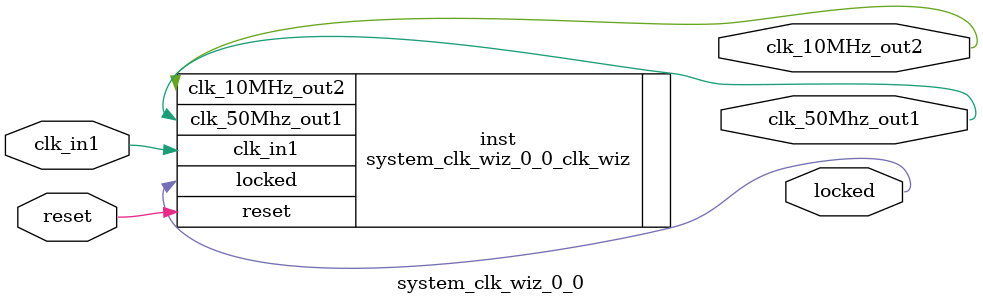
<source format=v>


`timescale 1ps/1ps

(* CORE_GENERATION_INFO = "system_clk_wiz_0_0,clk_wiz_v5_4_3_0,{component_name=system_clk_wiz_0_0,use_phase_alignment=true,use_min_o_jitter=false,use_max_i_jitter=false,use_dyn_phase_shift=false,use_inclk_switchover=false,use_dyn_reconfig=false,enable_axi=0,feedback_source=FDBK_AUTO,PRIMITIVE=MMCM,num_out_clk=2,clkin1_period=10.000,clkin2_period=10.000,use_power_down=false,use_reset=true,use_locked=true,use_inclk_stopped=false,feedback_type=SINGLE,CLOCK_MGR_TYPE=NA,manual_override=false}" *)

module system_clk_wiz_0_0 
 (
  // Clock out ports
  output        clk_50Mhz_out1,
  output        clk_10MHz_out2,
  // Status and control signals
  input         reset,
  output        locked,
 // Clock in ports
  input         clk_in1
 );

  system_clk_wiz_0_0_clk_wiz inst
  (
  // Clock out ports  
  .clk_50Mhz_out1(clk_50Mhz_out1),
  .clk_10MHz_out2(clk_10MHz_out2),
  // Status and control signals               
  .reset(reset), 
  .locked(locked),
 // Clock in ports
  .clk_in1(clk_in1)
  );

endmodule

</source>
